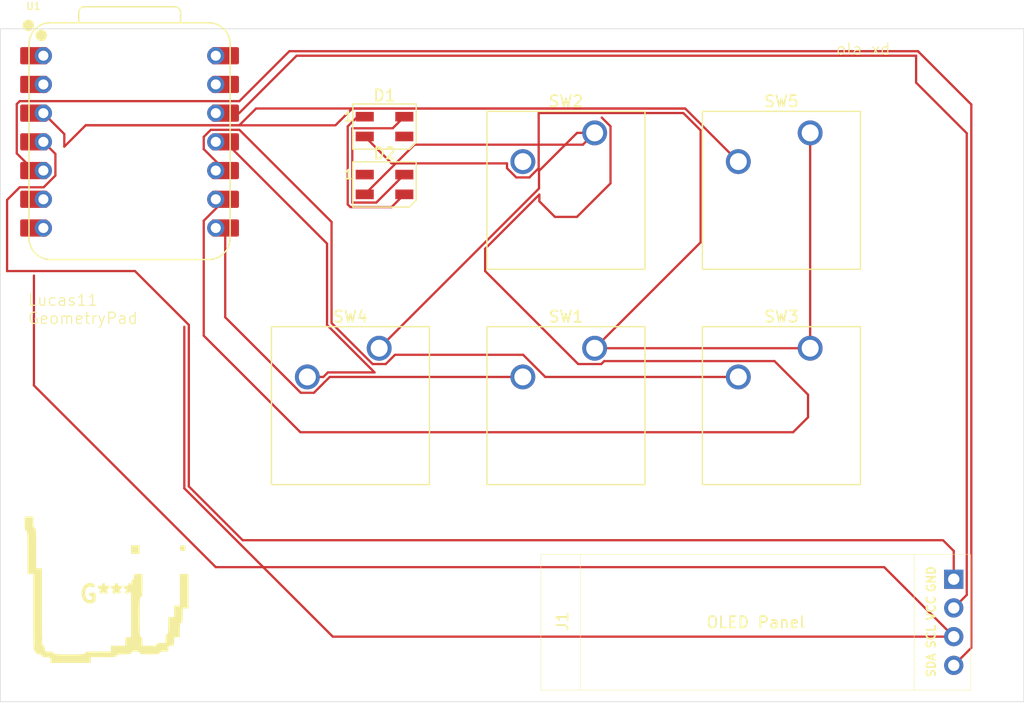
<source format=kicad_pcb>
(kicad_pcb (version 20241229) (generator "pcbnew") (generator_version "9.0")
  (layers (0 "F.Cu" signal) (2 "B.Cu" signal) (13 "F.Paste" user) (15 "B.Paste" user) (5 "F.SilkS" user "F.Silkscreen") (7 "B.SilkS" user "B.Silkscreen") (1 "F.Mask" user) (3 "B.Mask" user) (25 "Edge.Cuts" user))
  (net 0 "")
  (net 1 "Net-(D1-DOUT)")
  (net 2 "+5V")
  (net 3 "Net-(D1-DIN)")
  (net 4 "GND")
  (net 6 "Net-(U1-GPIO1{slash}RX)")
  (net 7 "Net-(U1-GPIO2{slash}SCK)")
  (net 8 "Net-(U1-GPIO4{slash}MISO)")
  (net 9 "Net-(U1-GPIO3{slash}MOSI)")
  (net 12 "Net-(J1-Pin_2)")
  (net 13 "Net-(J1-Pin_1)")
  (net 14 "Net-(J1-Pin_4)")
  (net 15 "Net-(J1-Pin_3)")
  (net 16 "Net-(U1-GPIO28{slash}ADC2{slash}A2)")
  (footprint "LED_SMD:LED_SK6812MINI_PLCC4_3.5x3.5mm_P1.75mm" (layer "F.Cu") (at 45.875 20.55625)
    (property "Reference" "D1" (at 0 -2.75 0) (layer "F.SilkS"))
    (property "Value" "SK6812MINI")
    (fp_line (start -2.8 -2) (end -2.8 2) (stroke (width 0.12)) (layer "F.SilkS"))
    (fp_line (start -2.8 -2) (end 2.8 -2) (stroke (width 0.12)) (layer "F.SilkS"))
    (fp_line (start -2.8 2) (end 2.2 2) (stroke (width 0.12)) (layer "F.SilkS"))
    (fp_line (start 2.8 1.4) (end 2.2 2) (stroke (width 0.12)) (layer "F.SilkS"))
    (fp_line (start 2.8 1.4) (end 2.8 -2) (stroke (width 0.12)) (layer "F.SilkS"))
    (fp_text user "1" (at -3.2 -0.875 0) (layer "F.SilkS") (effects (font (size 0.8 0.8))))
    (pad "1" smd rect (at -1.75 -0.875) (size 1.6 0.85) (layers "F.Cu" "F.Mask" "F.Paste") (net 1 "Net-(D1-DOUT)"))
    (pad "2" smd rect (at -1.75 0.875) (size 1.6 0.85) (layers "F.Cu" "F.Mask" "F.Paste") (net 4 "GND"))
    (pad "3" smd rect (at 1.75 0.875) (size 1.6 0.85) (layers "F.Cu" "F.Mask" "F.Paste") (net 3 "Net-(D1-DIN)"))
    (pad "4" smd rect (at 1.75 -0.875) (size 1.6 0.85) (layers "F.Cu" "F.Mask" "F.Paste") (net 2 "+5V"))
  )
  (footprint "Button_Switch_Keyboard:SW_Cherry_MX_1.00u_PCB" (layer "F.Cu") (at 64.4525 21.11375)
    (property "Reference" "SW2" (at -2.54 -2.794 0) (layer "F.SilkS"))
    (property "Value" "SW_Push")
    (fp_line (start -9.525 -1.905) (end 4.445 -1.905) (stroke (width 0.12)) (layer "F.SilkS"))
    (fp_line (start -9.525 12.065) (end -9.525 -1.905) (stroke (width 0.12)) (layer "F.SilkS"))
    (fp_line (start 4.445 -1.905) (end 4.445 12.065) (stroke (width 0.12)) (layer "F.SilkS"))
    (fp_line (start 4.445 12.065) (end -9.525 12.065) (stroke (width 0.12)) (layer "F.SilkS"))
    (pad "" np_thru_hole circle (at -7.62 5.08) (size 1.7 1.7) (drill 1.7) (layers "*.Cu" "*.Mask"))
    (pad "" np_thru_hole circle (at -2.54 5.08) (size 4 4) (drill 4) (layers "*.Cu" "*.Mask"))
    (pad "" np_thru_hole circle (at 2.54 5.08) (size 1.7 1.7) (drill 1.7) (layers "*.Cu" "*.Mask"))
    (pad "1" thru_hole circle (at 0 0) (size 2.2 2.2) (drill 1.5) (layers "*.Cu" "*.Mask") (net 4 "GND"))
    (pad "2" thru_hole circle (at -6.35 2.54) (size 2.2 2.2) (drill 1.5) (layers "*.Cu" "*.Mask") (net 7 "Net-(U1-GPIO2{slash}SCK)"))
  )
  (footprint "Button_Switch_Keyboard:SW_Cherry_MX_1.00u_PCB" (layer "F.Cu") (at 64.4525 40.16375)
    (property "Reference" "SW1" (at -2.54 -2.794 0) (layer "F.SilkS"))
    (property "Value" "SW_Push")
    (fp_line (start -9.525 -1.905) (end 4.445 -1.905) (stroke (width 0.12)) (layer "F.SilkS"))
    (fp_line (start -9.525 12.065) (end -9.525 -1.905) (stroke (width 0.12)) (layer "F.SilkS"))
    (fp_line (start 4.445 -1.905) (end 4.445 12.065) (stroke (width 0.12)) (layer "F.SilkS"))
    (fp_line (start 4.445 12.065) (end -9.525 12.065) (stroke (width 0.12)) (layer "F.SilkS"))
    (pad "" np_thru_hole circle (at -7.62 5.08) (size 1.7 1.7) (drill 1.7) (layers "*.Cu" "*.Mask"))
    (pad "" np_thru_hole circle (at -2.54 5.08) (size 4 4) (drill 4) (layers "*.Cu" "*.Mask"))
    (pad "" np_thru_hole circle (at 2.54 5.08) (size 1.7 1.7) (drill 1.7) (layers "*.Cu" "*.Mask"))
    (pad "1" thru_hole circle (at 0 0) (size 2.2 2.2) (drill 1.5) (layers "*.Cu" "*.Mask") (net 4 "GND"))
    (pad "2" thru_hole circle (at -6.35 2.54) (size 2.2 2.2) (drill 1.5) (layers "*.Cu" "*.Mask") (net 6 "Net-(U1-GPIO1{slash}RX)"))
  )
  (footprint "Button_Switch_Keyboard:SW_Cherry_MX_1.00u_PCB" (layer "F.Cu") (at 45.4025 40.16375)
    (property "Reference" "SW4" (at -2.54 -2.794 0) (layer "F.SilkS"))
    (property "Value" "SW_Push")
    (fp_line (start -9.525 -1.905) (end 4.445 -1.905) (stroke (width 0.12)) (layer "F.SilkS"))
    (fp_line (start -9.525 12.065) (end -9.525 -1.905) (stroke (width 0.12)) (layer "F.SilkS"))
    (fp_line (start 4.445 -1.905) (end 4.445 12.065) (stroke (width 0.12)) (layer "F.SilkS"))
    (fp_line (start 4.445 12.065) (end -9.525 12.065) (stroke (width 0.12)) (layer "F.SilkS"))
    (pad "" np_thru_hole circle (at -7.62 5.08) (size 1.7 1.7) (drill 1.7) (layers "*.Cu" "*.Mask"))
    (pad "" np_thru_hole circle (at -2.54 5.08) (size 4 4) (drill 4) (layers "*.Cu" "*.Mask"))
    (pad "" np_thru_hole circle (at 2.54 5.08) (size 1.7 1.7) (drill 1.7) (layers "*.Cu" "*.Mask"))
    (pad "1" thru_hole circle (at 0 0) (size 2.2 2.2) (drill 1.5) (layers "*.Cu" "*.Mask") (net 4 "GND"))
    (pad "2" thru_hole circle (at -6.35 2.54) (size 2.2 2.2) (drill 1.5) (layers "*.Cu" "*.Mask") (net 9 "Net-(U1-GPIO3{slash}MOSI)"))
  )
  (footprint "OLED_Screen:SSD1306-0.91-OLED-4pin-128x32" (layer "F.Cu") (at 59.69625 58.40875)
    (property "Reference" "J1" (at 1.9 5.91 90) (layer "F.SilkS"))
    (property "Value" "Conn_01x04_MountingPin")
    (fp_line (start 0 0) (end 0 12) (stroke (width 0.04)) (layer "F.SilkS"))
    (fp_line (start 0 12) (end 38 12) (stroke (width 0.04)) (layer "F.SilkS"))
    (fp_line (start 3.5 0) (end 3.5 12) (stroke (width 0.04)) (layer "F.SilkS"))
    (fp_line (start 33 0) (end 33 12) (stroke (width 0.04)) (layer "F.SilkS"))
    (fp_line (start 38 0) (end 0 0) (stroke (width 0.04)) (layer "F.SilkS"))
    (fp_line (start 38 12) (end 38 0) (stroke (width 0.04)) (layer "F.SilkS"))
    (fp_text user "OLED Panel" (at 19 6 0) (layer "F.SilkS"))
    (fp_text user "GND" (at 34.5 2.19 270) (layer "F.SilkS") (effects (font (size 0.75 0.75))))
    (fp_text user "VCC" (at 34.5 4.73 270) (layer "F.SilkS") (effects (font (size 0.75 0.75))))
    (fp_text user "SDA" (at 34.5 9.81 270) (layer "F.SilkS") (effects (font (size 0.75 0.75))))
    (fp_text user "SCL" (at 34.5 7.27 270) (layer "F.SilkS") (effects (font (size 0.75 0.75))))
    (pad "1" thru_hole rect (at 36.5 2.19) (size 1.7 1.7) (drill 1) (layers "*.Cu" "*.Mask") (net 13 "Net-(J1-Pin_1)"))
    (pad "2" thru_hole oval (at 36.5 4.73) (size 1.7 1.7) (drill 1) (layers "*.Cu" "*.Mask") (net 12 "Net-(J1-Pin_2)"))
    (pad "3" thru_hole oval (at 36.5 7.27) (size 1.7 1.7) (drill 1) (layers "*.Cu" "*.Mask") (net 15 "Net-(J1-Pin_3)"))
    (pad "4" thru_hole oval (at 36.5 9.81) (size 1.7 1.7) (drill 1) (layers "*.Cu" "*.Mask") (net 14 "Net-(J1-Pin_4)"))
  )
  (footprint "OPL:XIAO-RP2040-DIP" (layer "F.Cu") (at 23.33625 21.9075)
    (property "Reference" "U1" (at -8.5 -12 0) (layer "F.SilkS") (effects (font (size 0.635 0.635) (thickness 0.1016))))
    (property "Value" "XIAO-RP2040-DIP")
    (fp_line (start -8.89 8.509) (end -8.89 -8.636) (stroke (width 0.127)) (layer "F.SilkS"))
    (fp_line (start -6.985 10.414) (end 6.985 10.414) (stroke (width 0.127)) (layer "F.SilkS"))
    (fp_line (start -4.495 -10.541) (end -4.491272 -11.451272) (stroke (width 0.127)) (layer "F.SilkS"))
    (fp_line (start -3.991272 -11.951) (end 4.004 -11.951) (stroke (width 0.127)) (layer "F.SilkS"))
    (fp_line (start 4.504 -11.451) (end 4.504 -10.541) (stroke (width 0.127)) (layer "F.SilkS"))
    (fp_line (start 6.985 -10.541) (end -6.985 -10.541) (stroke (width 0.1)) (layer "F.SilkS"))
    (fp_line (start 6.985 -10.541) (end -6.985 -10.541) (stroke (width 0.127)) (layer "F.SilkS"))
    (fp_line (start 8.89 8.509) (end 8.89 -8.636) (stroke (width 0.127)) (layer "F.SilkS"))
    (fp_arc (start -8.89 -8.636) (mid -8.332038 -9.983038) (end -6.985 -10.541) (stroke (width 0.127)) (layer "F.SilkS"))
    (fp_arc (start -6.985 10.414) (mid -8.332038 9.856038) (end -8.89 8.509) (stroke (width 0.127)) (layer "F.SilkS"))
    (fp_arc (start -4.491272 -11.451272) (mid -4.344728 -11.80464) (end -3.991272 -11.951) (stroke (width 0.127)) (layer "F.SilkS"))
    (fp_arc (start 4.004 -11.951) (mid 4.357553 -11.804553) (end 4.504 -11.451) (stroke (width 0.127)) (layer "F.SilkS"))
    (fp_arc (start 6.985 -10.541) (mid 8.332038 -9.983038) (end 8.89 -8.636) (stroke (width 0.127)) (layer "F.SilkS"))
    (fp_arc (start 8.89 8.509) (mid 8.332038 9.856038) (end 6.985 10.414) (stroke (width 0.127)) (layer "F.SilkS"))
    (fp_circle (center -8.95 -10.3) (end -8.95 -10.554) (stroke (width 0.5)) (fill yes) (layer "F.SilkS"))
    (fp_circle (center -7.807 -9.42) (end -7.807 -9.674) (stroke (width 0.5)) (fill yes) (layer "F.SilkS"))
    (pad "1" smd roundrect (at -8.455 -7.62 180) (size 2.432 1.524) (layers "F.Cu" "F.Mask") (roundrect_rratio 0.1))
    (pad "1" thru_hole circle (at -7.62 -7.62 180) (size 1.524 1.524) (drill 0.889) (layers "*.Cu" "*.Mask"))
    (pad "2" smd roundrect (at -8.455 -5.08 180) (size 2.432 1.524) (layers "F.Cu" "F.Mask") (roundrect_rratio 0.1))
    (pad "2" thru_hole circle (at -7.62 -5.08 180) (size 1.524 1.524) (drill 0.889) (layers "*.Cu" "*.Mask"))
    (pad "3" smd roundrect (at -8.455 -2.54 180) (size 2.432 1.524) (layers "F.Cu" "F.Mask") (roundrect_rratio 0.1) (net 16 "Net-(U1-GPIO28{slash}ADC2{slash}A2)"))
    (pad "3" thru_hole circle (at -7.62 -2.54 180) (size 1.524 1.524) (drill 0.889) (layers "*.Cu" "*.Mask") (net 16 "Net-(U1-GPIO28{slash}ADC2{slash}A2)"))
    (pad "4" smd roundrect (at -8.455 0 180) (size 2.432 1.524) (layers "F.Cu" "F.Mask") (roundrect_rratio 0.1) (net 13 "Net-(J1-Pin_1)"))
    (pad "4" thru_hole circle (at -7.62 0 180) (size 1.524 1.524) (drill 0.889) (layers "*.Cu" "*.Mask") (net 13 "Net-(J1-Pin_1)"))
    (pad "5" smd roundrect (at -8.455 2.54 180) (size 2.432 1.524) (layers "F.Cu" "F.Mask") (roundrect_rratio 0.1) (net 14 "Net-(J1-Pin_4)"))
    (pad "5" thru_hole circle (at -7.62 2.54 180) (size 1.524 1.524) (drill 0.889) (layers "*.Cu" "*.Mask") (net 14 "Net-(J1-Pin_4)"))
    (pad "6" smd roundrect (at -8.455 5.08 180) (size 2.432 1.524) (layers "F.Cu" "F.Mask") (roundrect_rratio 0.1) (net 15 "Net-(J1-Pin_3)"))
    (pad "6" thru_hole circle (at -7.62 5.08 180) (size 1.524 1.524) (drill 0.889) (layers "*.Cu" "*.Mask") (net 15 "Net-(J1-Pin_3)"))
    (pad "7" smd roundrect (at -8.455 7.62 180) (size 2.432 1.524) (layers "F.Cu" "F.Mask") (roundrect_rratio 0.1) (net 3 "Net-(D1-DIN)"))
    (pad "7" thru_hole circle (at -7.62 7.62 180) (size 1.524 1.524) (drill 0.889) (layers "*.Cu" "*.Mask") (net 3 "Net-(D1-DIN)"))
    (pad "8" thru_hole circle (at 7.62 7.62) (size 1.524 1.524) (drill 0.889) (layers "*.Cu" "*.Mask") (net 6 "Net-(U1-GPIO1{slash}RX)"))
    (pad "8" smd roundrect (at 8.455 7.62) (size 2.432 1.524) (layers "F.Cu" "F.Mask") (roundrect_rratio 0.1) (net 6 "Net-(U1-GPIO1{slash}RX)"))
    (pad "9" thru_hole circle (at 7.62 5.08) (size 1.524 1.524) (drill 0.889) (layers "*.Cu" "*.Mask") (net 7 "Net-(U1-GPIO2{slash}SCK)"))
    (pad "9" smd roundrect (at 8.455 5.08) (size 2.432 1.524) (layers "F.Cu" "F.Mask") (roundrect_rratio 0.1) (net 7 "Net-(U1-GPIO2{slash}SCK)"))
    (pad "10" thru_hole circle (at 7.62 2.54) (size 1.524 1.524) (drill 0.889) (layers "*.Cu" "*.Mask") (net 8 "Net-(U1-GPIO4{slash}MISO)"))
    (pad "10" smd roundrect (at 8.455 2.54) (size 2.432 1.524) (layers "F.Cu" "F.Mask") (roundrect_rratio 0.1) (net 8 "Net-(U1-GPIO4{slash}MISO)"))
    (pad "11" thru_hole circle (at 7.62 0) (size 1.524 1.524) (drill 0.889) (layers "*.Cu" "*.Mask") (net 9 "Net-(U1-GPIO3{slash}MOSI)"))
    (pad "11" smd roundrect (at 8.455 0) (size 2.432 1.524) (layers "F.Cu" "F.Mask") (roundrect_rratio 0.1) (net 9 "Net-(U1-GPIO3{slash}MOSI)"))
    (pad "12" thru_hole circle (at 7.62 -2.54) (size 1.524 1.524) (drill 0.889) (layers "*.Cu" "*.Mask") (net 12 "Net-(J1-Pin_2)"))
    (pad "12" smd roundrect (at 8.455 -2.54) (size 2.432 1.524) (layers "F.Cu" "F.Mask") (roundrect_rratio 0.1) (net 12 "Net-(J1-Pin_2)"))
    (pad "13" thru_hole circle (at 7.62 -5.08) (size 1.524 1.524) (drill 0.889) (layers "*.Cu" "*.Mask") (net 4 "GND"))
    (pad "13" smd roundrect (at 8.455 -5.08) (size 2.432 1.524) (layers "F.Cu" "F.Mask") (roundrect_rratio 0.1) (net 4 "GND"))
    (pad "14" thru_hole circle (at 7.62 -7.62) (size 1.524 1.524) (drill 0.889) (layers "*.Cu" "*.Mask") (net 2 "+5V"))
    (pad "14" smd roundrect (at 8.455 -7.62) (size 2.432 1.524) (layers "F.Cu" "F.Mask") (roundrect_rratio 0.1) (net 2 "+5V"))
  )
  (footprint "Button_Switch_Keyboard:SW_Cherry_MX_1.00u_PCB" (layer "F.Cu") (at 83.5025 40.16375)
    (property "Reference" "SW3" (at -2.54 -2.794 0) (layer "F.SilkS"))
    (property "Value" "SW_Push")
    (fp_line (start -9.525 -1.905) (end 4.445 -1.905) (stroke (width 0.12)) (layer "F.SilkS"))
    (fp_line (start -9.525 12.065) (end -9.525 -1.905) (stroke (width 0.12)) (layer "F.SilkS"))
    (fp_line (start 4.445 -1.905) (end 4.445 12.065) (stroke (width 0.12)) (layer "F.SilkS"))
    (fp_line (start 4.445 12.065) (end -9.525 12.065) (stroke (width 0.12)) (layer "F.SilkS"))
    (pad "" np_thru_hole circle (at -7.62 5.08) (size 1.7 1.7) (drill 1.7) (layers "*.Cu" "*.Mask"))
    (pad "" np_thru_hole circle (at -2.54 5.08) (size 4 4) (drill 4) (layers "*.Cu" "*.Mask"))
    (pad "" np_thru_hole circle (at 2.54 5.08) (size 1.7 1.7) (drill 1.7) (layers "*.Cu" "*.Mask"))
    (pad "1" thru_hole circle (at 0 0) (size 2.2 2.2) (drill 1.5) (layers "*.Cu" "*.Mask") (net 4 "GND"))
    (pad "2" thru_hole circle (at -6.35 2.54) (size 2.2 2.2) (drill 1.5) (layers "*.Cu" "*.Mask") (net 8 "Net-(U1-GPIO4{slash}MISO)"))
  )
  (footprint "LOGO" (layer "F.Cu") (at 21.43125 61.9125)
    (property "Reference" "G***" (at 0 0 0) (layer "F.SilkS") (effects (font (size 1.5 1.5) (thickness 0.3))))
    (property "Value" "LOGO" (hide yes))
    (fp_poly (pts (xy 2.794 -3.937) (xy 2.794 -3.556) (xy 2.413 -3.556) (xy 2.032 -3.556) (xy 2.032 -3.937) (xy 2.032 -4.318) (xy 2.413 -4.318) (xy 2.794 -4.318)) (fill yes) (layer "F.SilkS"))
    (fp_poly (pts (xy 6.783908 -4.297021) (xy 6.850218 -4.198061) (xy 6.858 -4.064) (xy 6.83702 -3.884092) (xy 6.73806 -3.817782) (xy 6.604 -3.81) (xy 6.424091 -3.83098) (xy 6.357781 -3.92994) (xy 6.35 -4.064) (xy 6.370979 -4.243909) (xy 6.469939 -4.310219) (xy 6.604 -4.318)) (fill yes) (layer "F.SilkS"))
    (fp_poly (pts (xy -6.604 -6.35) (xy -6.594247 -6.055028) (xy -6.559672 -5.896659) (xy -6.492303 -5.843002) (xy -6.477 -5.842) (xy -6.434127 -5.821704) (xy -6.401906 -5.747353) (xy -6.378894 -5.598756) (xy -6.363649 -5.355723) (xy -6.35473 -4.998063) (xy -6.350693 -4.505584) (xy -6.35 -4.064) (xy -6.35 -2.286) (xy -6.096 -2.286) (xy -5.842 -2.286) (xy -5.842 1.143) (xy -5.841372 2.00418) (xy -5.839124 2.710781) (xy -5.834708 3.277553) (xy -5.82758 3.719249) (xy -5.817192 4.050618) (xy -5.802998 4.286411) (xy -5.784453 4.44138) (xy -5.761009 4.530275) (xy -5.73212 4.567847) (xy -5.715 4.572) (xy -5.614174 4.647728) (xy -5.588 4.826) (xy -5.576956 4.982188) (xy -5.513186 5.056164) (xy -5.350737 5.078564) (xy -5.207 5.08) (xy -4.955878 5.09662) (xy -4.841492 5.153134) (xy -4.826 5.207) (xy -4.803839 5.254678) (xy -4.722318 5.289016) (xy -4.558881 5.312064) (xy -4.290974 5.325873) (xy -3.896041 5.332493) (xy -3.429 5.334) (xy -2.904537 5.331985) (xy -2.526818 5.324574) (xy -2.273289 5.309716) (xy -2.121394 5.285361) (xy -2.048577 5.249458) (xy -2.032 5.207) (xy -2.007888 5.154964) (xy -1.919119 5.118999) (xy -1.741049 5.096366) (xy -1.449031 5.084325) (xy -1.018421 5.08014) (xy -0.889 5.08) (xy 0.254 5.08) (xy 0.254 4.826) (xy 0.254 4.572) (xy 0.889 4.572) (xy 1.524 4.572) (xy 1.524 4.191) (xy 1.531363 3.956717) (xy 1.573876 3.845753) (xy 1.682175 3.812153) (xy 1.778 3.81) (xy 2.032 3.81) (xy 2.032 1.27) (xy 2.032911 0.538941) (xy 2.036215 -0.039844) (xy 2.042763 -0.483407) (xy 2.053409 -0.808803) (xy 2.069004 -1.033083) (xy 2.090402 -1.1733) (xy 2.118455 -1.246508) (xy 2.154016 -1.269758) (xy 2.159 -1.27) (xy 2.259826 -1.345729) (xy 2.286 -1.524) (xy 2.297044 -1.680189) (xy 2.360814 -1.754165) (xy 2.523263 -1.776565) (xy 2.667 -1.778) (xy 3.048 -1.778) (xy 3.048 -0.762) (xy 3.044815 -0.32396) (xy 3.033104 -0.029265) (xy 3.009627 0.147989) (xy 2.971147 0.233707) (xy 2.921 0.254) (xy 2.878126 0.274296) (xy 2.845905 0.348647) (xy 2.822893 0.497244) (xy 2.807648 0.740277) (xy 2.798729 1.097937) (xy 2.794692 1.590416) (xy 2.794 2.032) (xy 2.795449 2.632225) (xy 2.80076 3.083326) (xy 2.811374 3.405493) (xy 2.828734 3.618918) (xy 2.854281 3.74379) (xy 2.889458 3.800302) (xy 2.921 3.81) (xy 3.004707 3.859861) (xy 3.042836 4.029402) (xy 3.048 4.191) (xy 3.048 4.572) (xy 3.683 4.572) (xy 4.017945 4.565347) (xy 4.214554 4.541306) (xy 4.30345 4.493752) (xy 4.318 4.445) (xy 4.367861 4.361292) (xy 4.537402 4.323163) (xy 4.699 4.318) (xy 5.08 4.318) (xy 5.08 3.937) (xy 5.09662 3.685877) (xy 5.153134 3.571491) (xy 5.207 3.556) (xy 5.268958 3.526304) (xy 5.307551 3.417927) (xy 5.327601 3.20193) (xy 5.333933 2.849374) (xy 5.334 2.794) (xy 5.334 2.032) (xy 5.588 2.032) (xy 5.842 2.032) (xy 5.842 1.524) (xy 5.842 1.016) (xy 6.096 1.016) (xy 6.35 1.016) (xy 6.35 -0.381) (xy 6.35 -1.778) (xy 6.731 -1.778) (xy 7.112 -1.778) (xy 7.112 -0.254) (xy 7.112 1.27) (xy 6.858 1.27) (xy 6.604 1.27) (xy 6.604 1.905) (xy 6.597347 2.239945) (xy 6.573306 2.436554) (xy 6.525752 2.52545) (xy 6.477 2.54) (xy 6.41001 2.573263) (xy 6.370689 2.693468) (xy 6.352909 2.931238) (xy 6.35 3.175) (xy 6.35 3.81) (xy 6.096 3.81) (xy 5.939811 3.821044) (xy 5.865835 3.884814) (xy 5.843435 4.047263) (xy 5.842 4.191) (xy 5.834636 4.425282) (xy 5.792123 4.536246) (xy 5.683824 4.569846) (xy 5.588 4.572) (xy 5.408091 4.592979) (xy 5.341781 4.691939) (xy 5.334 4.826) (xy 5.322955 4.982188) (xy 5.259185 5.056164) (xy 5.096736 5.078564) (xy 4.953 5.08) (xy 4.701877 5.09662) (xy 4.587491 5.153134) (xy 4.572 5.207) (xy 4.544745 5.264995) (xy 4.444757 5.302722) (xy 4.244701 5.324087) (xy 3.917242 5.332994) (xy 3.683 5.334) (xy 3.277033 5.330106) (xy 3.012941 5.315822) (xy 2.863387 5.287243) (xy 2.801036 5.240463) (xy 2.794 5.207) (xy 2.744138 5.123292) (xy 2.574597 5.085163) (xy 2.413 5.08) (xy 2.161877 5.09662) (xy 2.047491 5.153134) (xy 2.032 5.207) (xy 1.998736 5.273989) (xy 1.878531 5.31331) (xy 1.640761 5.33109) (xy 1.397 5.334) (xy 1.062054 5.340652) (xy 0.865445 5.364693) (xy 0.776549 5.412247) (xy 0.762 5.461) (xy 0.737887 5.513035) (xy 0.649118 5.549) (xy 0.471048 5.571633) (xy 0.17903 5.583674) (xy -0.25158 5.587859) (xy -0.381 5.588) (xy -1.524 5.588) (xy -1.524 5.842) (xy -1.524 6.096) (xy -3.302 6.096) (xy -5.08 6.096) (xy -5.08 5.842) (xy -5.091045 5.685811) (xy -5.154815 5.611835) (xy -5.317264 5.589435) (xy -5.461 5.588) (xy -5.712123 5.571379) (xy -5.826509 5.514865) (xy -5.842 5.461) (xy -5.917729 5.360173) (xy -6.096 5.334) (xy -6.297653 5.296135) (xy -6.35 5.207) (xy -6.417773 5.094751) (xy -6.477 5.08) (xy -6.508896 5.06304) (xy -6.535066 5.002329) (xy -6.556058 4.883115) (xy -6.572417 4.690647) (xy -6.58469 4.410174) (xy -6.593423 4.026945) (xy -6.599163 3.52621) (xy -6.602455 2.893218) (xy -6.603847 2.113217) (xy -6.604 1.651) (xy -6.604 -1.778) (xy -6.858 -1.778) (xy -7.112 -1.778) (xy -7.112 -3.683) (xy -7.113323 -4.3067) (xy -7.11816 -4.78063) (xy -7.127815 -5.124341) (xy -7.143591 -5.357381) (xy -7.166791 -5.499302) (xy -7.198718 -5.569651) (xy -7.239 -5.588) (xy -7.30599 -5.621264) (xy -7.345311 -5.741469) (xy -7.363091 -5.979239) (xy -7.366 -6.223) (xy -7.366 -6.858) (xy -6.985 -6.858) (xy -6.604 -6.858)) (fill yes) (layer "F.SilkS"))
  )
  (footprint "Button_Switch_Keyboard:SW_Cherry_MX_1.00u_PCB" (layer "F.Cu") (at 83.5025 21.11375)
    (property "Reference" "SW5" (at -2.54 -2.794 0) (layer "F.SilkS"))
    (property "Value" "SW_Push")
    (fp_line (start -9.525 -1.905) (end 4.445 -1.905) (stroke (width 0.12)) (layer "F.SilkS"))
    (fp_line (start -9.525 12.065) (end -9.525 -1.905) (stroke (width 0.12)) (layer "F.SilkS"))
    (fp_line (start 4.445 -1.905) (end 4.445 12.065) (stroke (width 0.12)) (layer "F.SilkS"))
    (fp_line (start 4.445 12.065) (end -9.525 12.065) (stroke (width 0.12)) (layer "F.SilkS"))
    (pad "" np_thru_hole circle (at -7.62 5.08) (size 1.7 1.7) (drill 1.7) (layers "*.Cu" "*.Mask"))
    (pad "" np_thru_hole circle (at -2.54 5.08) (size 4 4) (drill 4) (layers "*.Cu" "*.Mask"))
    (pad "" np_thru_hole circle (at 2.54 5.08) (size 1.7 1.7) (drill 1.7) (layers "*.Cu" "*.Mask"))
    (pad "1" thru_hole circle (at 0 0) (size 2.2 2.2) (drill 1.5) (layers "*.Cu" "*.Mask") (net 4 "GND"))
    (pad "2" thru_hole circle (at -6.35 2.54) (size 2.2 2.2) (drill 1.5) (layers "*.Cu" "*.Mask") (net 16 "Net-(U1-GPIO28{slash}ADC2{slash}A2)"))
  )
  (footprint "LED_SMD:LED_SK6812MINI_PLCC4_3.5x3.5mm_P1.75mm" (layer "F.Cu") (at 45.875 25.67625)
    (property "Reference" "D2" (at 0 -2.75 0) (layer "F.SilkS"))
    (property "Value" "SK6812MINI")
    (fp_line (start -2.8 -2) (end -2.8 2) (stroke (width 0.12)) (layer "F.SilkS"))
    (fp_line (start -2.8 -2) (end 2.8 -2) (stroke (width 0.12)) (layer "F.SilkS"))
    (fp_line (start -2.8 2) (end 2.2 2) (stroke (width 0.12)) (layer "F.SilkS"))
    (fp_line (start 2.8 1.4) (end 2.2 2) (stroke (width 0.12)) (layer "F.SilkS"))
    (fp_line (start 2.8 1.4) (end 2.8 -2) (stroke (width 0.12)) (layer "F.SilkS"))
    (fp_text user "1" (at -3.2 -0.875 0) (layer "F.SilkS") (effects (font (size 0.8 0.8))))
    (pad "1" smd rect (at -1.75 -0.875) (size 1.6 0.85) (layers "F.Cu" "F.Mask" "F.Paste"))
    (pad "2" smd rect (at -1.75 0.875) (size 1.6 0.85) (layers "F.Cu" "F.Mask" "F.Paste") (net 4 "GND"))
    (pad "3" smd rect (at 1.75 0.875) (size 1.6 0.85) (layers "F.Cu" "F.Mask" "F.Paste") (net 1 "Net-(D1-DOUT)"))
    (pad "4" smd rect (at 1.75 -0.875) (size 1.6 0.85) (layers "F.Cu" "F.Mask" "F.Paste") (net 2 "+5V"))
  )
  (gr_rect (start 11.90625 11.90625) (end 102.39375 71.4375) (stroke (width 0.05)) (fill no) (layer "Edge.Cuts"))
  (gr_text "Lucas11 \nGeometryPad" (at 14.2875 38.1 0) (layer "F.SilkS") (effects (font (size 1 1) (thickness 0.1)) (justify left bottom)))
  (gr_text "ola xd" (at 85.725 14.2875 0) (layer "F.SilkS") (effects (font (size 1 1) (thickness 0.1)) (justify left bottom)))
  (segment (start 42.623 27.44335) (end 42.8579 27.67825) (width 0.2) (layer "F.Cu") (net 1))
  (segment (start 44.125 19.68125) (end 43.4809 19.68125) (width 0.2) (layer "F.Cu") (net 1))
  (segment (start 43.4809 19.68125) (end 42.623 20.53915) (width 0.2) (layer "F.Cu") (net 1))
  (segment (start 46.498 27.67825) (end 47.625 26.55125) (width 0.2) (layer "F.Cu") (net 1))
  (segment (start 42.8579 27.67825) (end 46.498 27.67825) (width 0.2) (layer "F.Cu") (net 1))
  (segment (start 42.623 20.53915) (end 42.623 27.44335) (width 0.2) (layer "F.Cu") (net 1))
  (segment (start 47.625 19.68125) (end 46.601 20.70525) (width 0.2) (layer "F.Cu") (net 2))
  (segment (start 45.149 27.27725) (end 47.625 24.80125) (width 0.2) (layer "F.Cu") (net 2))
  (segment (start 46.601 20.70525) (end 43.024 20.70525) (width 0.2) (layer "F.Cu") (net 2))
  (segment (start 43.024 20.70525) (end 43.024 27.27725) (width 0.2) (layer "F.Cu") (net 2))
  (segment (start 43.024 27.27725) (end 45.149 27.27725) (width 0.2) (layer "F.Cu") (net 2))
  (segment (start 73.81875 20.8871) (end 72.2879 19.35625) (width 0.2) (layer "F.Cu") (net 4))
  (segment (start 48.519 22.15725) (end 44.125 26.55125) (width 0.2) (layer "F.Cu") (net 4))
  (segment (start 56.7015 24.234064) (end 56.7015 23.8125) (width 0.2) (layer "F.Cu") (net 4))
  (segment (start 72.2879 19.35625) (end 59.5035 19.35625) (width 0.2) (layer "F.Cu") (net 4))
  (segment (start 59.53125 24.479366) (end 59.53125 26.035) (width 0.2) (layer "F.Cu") (net 4))
  (segment (start 83.5025 40.16375) (end 64.4525 40.16375) (width 0.2) (layer "F.Cu") (net 4))
  (segment (start 83.5025 21.11375) (end 83.5025 40.16375) (width 0.2) (layer "F.Cu") (net 4))
  (segment (start 59.5035 19.35625) (end 59.5035 24.234064) (width 0.2) (layer "F.Cu") (net 4))
  (segment (start 63.409 22.15725) (end 48.519 22.15725) (width 0.2) (layer "F.Cu") (net 4))
  (segment (start 56.7015 23.8125) (end 46.50625 23.8125) (width 0.2) (layer "F.Cu") (net 4))
  (segment (start 73.81875 30.7975) (end 73.81875 20.8871) (width 0.2) (layer "F.Cu") (net 4))
  (segment (start 64.4525 40.16375) (end 73.81875 30.7975) (width 0.2) (layer "F.Cu") (net 4))
  (segment (start 57.522186 25.05475) (end 56.7015 24.234064) (width 0.2) (layer "F.Cu") (net 4))
  (segment (start 59.5035 24.234064) (end 58.682814 25.05475) (width 0.2) (layer "F.Cu") (net 4))
  (segment (start 58.682814 25.05475) (end 57.522186 25.05475) (width 0.2) (layer "F.Cu") (net 4))
  (segment (start 46.50625 23.8125) (end 44.125 21.43125) (width 0.2) (layer "F.Cu") (net 4))
  (segment (start 64.4525 21.11375) (end 62.896866 21.11375) (width 0.2) (layer "F.Cu") (net 4))
  (segment (start 62.896866 21.11375) (end 59.53125 24.479366) (width 0.2) (layer "F.Cu") (net 4))
  (segment (start 64.4525 21.11375) (end 63.409 22.15725) (width 0.2) (layer "F.Cu") (net 4))
  (segment (start 59.53125 26.035) (end 45.4025 40.16375) (width 0.2) (layer "F.Cu") (net 4))
  (segment (start 58.1025 42.70375) (end 41.033814 42.70375) (width 0.2) (layer "F.Cu") (net 6))
  (segment (start 38.472186 44.10475) (end 31.79125 37.423814) (width 0.2) (layer "F.Cu") (net 6))
  (segment (start 31.79125 37.423814) (end 31.79125 29.5275) (width 0.2) (layer "F.Cu") (net 6))
  (segment (start 41.033814 42.70375) (end 39.632814 44.10475) (width 0.2) (layer "F.Cu") (net 6))
  (segment (start 39.632814 44.10475) (end 38.472186 44.10475) (width 0.2) (layer "F.Cu") (net 6))
  (segment (start 62.996 41.56475) (end 54.76875 33.3375) (width 0.2) (layer "F.Cu") (net 7))
  (segment (start 81.99303 47.59475) (end 83.3135 46.27428) (width 0.2) (layer "F.Cu") (net 7))
  (segment (start 83.3135 46.27428) (end 83.3135 44.269934) (width 0.2) (layer "F.Cu") (net 7))
  (segment (start 54.76875 33.3375) (end 54.76875 31.3646) (width 0.2) (layer "F.Cu") (net 7))
  (segment (start 54.76875 31.3646) (end 59.5615 26.57185) (width 0.2) (layer "F.Cu") (net 7))
  (segment (start 59.5615 26.57185) (end 59.5615 27.167566) (width 0.2) (layer "F.Cu") (net 7))
  (segment (start 65.8535 25.577566) (end 65.8535 20.533436) (width 0.2) (layer "F.Cu") (net 7))
  (segment (start 31.79125 26.9875) (end 29.89325 28.8855) (width 0.2) (layer "F.Cu") (net 7))
  (segment (start 83.3135 44.269934) (end 80.346316 41.30275) (width 0.2) (layer "F.Cu") (net 7))
  (segment (start 29.89325 39.05297) (end 38.43503 47.59475) (width 0.2) (layer "F.Cu") (net 7))
  (segment (start 58.1025 23.65375) (end 57.86025 23.4115) (width 0.2) (layer "F.Cu") (net 7))
  (segment (start 38.43503 47.59475) (end 81.99303 47.59475) (width 0.2) (layer "F.Cu") (net 7))
  (segment (start 29.89325 28.8855) (end 29.89325 39.05297) (width 0.2) (layer "F.Cu") (net 7))
  (segment (start 65.8535 20.533436) (end 65.077314 19.75725) (width 0.2) (layer "F.Cu") (net 7))
  (segment (start 59.5615 27.167566) (end 60.938684 28.54475) (width 0.2) (layer "F.Cu") (net 7))
  (segment (start 62.886316 28.54475) (end 65.8535 25.577566) (width 0.2) (layer "F.Cu") (net 7))
  (segment (start 80.346316 41.30275) (end 65.294814 41.30275) (width 0.2) (layer "F.Cu") (net 7))
  (segment (start 65.294814 41.30275) (end 65.032814 41.56475) (width 0.2) (layer "F.Cu") (net 7))
  (segment (start 65.032814 41.56475) (end 62.996 41.56475) (width 0.2) (layer "F.Cu") (net 7))
  (segment (start 60.938684 28.54475) (end 62.886316 28.54475) (width 0.2) (layer "F.Cu") (net 7))
  (segment (start 45.982814 41.56475) (end 44.822186 41.56475) (width 0.2) (layer "F.Cu") (net 8))
  (segment (start 46.8035 40.744064) (end 45.982814 41.56475) (width 0.2) (layer "F.Cu") (net 8))
  (segment (start 33.046876 20.8445) (end 30.51594 20.8445) (width 0.2) (layer "F.Cu") (net 8))
  (segment (start 41.192564 28.990188) (end 33.046876 20.8445) (width 0.2) (layer "F.Cu") (net 8))
  (segment (start 60.083814 42.70375) (end 58.124128 40.744064) (width 0.2) (layer "F.Cu") (net 8))
  (segment (start 44.822186 41.56475) (end 41.192564 37.935128) (width 0.2) (layer "F.Cu") (net 8))
  (segment (start 29.89325 21.46719) (end 29.89325 22.5495) (width 0.2) (layer "F.Cu") (net 8))
  (segment (start 77.1525 42.70375) (end 60.083814 42.70375) (width 0.2) (layer "F.Cu") (net 8))
  (segment (start 41.192564 37.935128) (end 41.192564 28.990188) (width 0.2) (layer "F.Cu") (net 8))
  (segment (start 29.89325 22.5495) (end 31.79125 24.4475) (width 0.2) (layer "F.Cu") (net 8))
  (segment (start 58.124128 40.744064) (end 46.8035 40.744064) (width 0.2) (layer "F.Cu") (net 8))
  (segment (start 30.51594 20.8445) (end 29.89325 21.46719) (width 0.2) (layer "F.Cu") (net 8))
  (segment (start 40.791564 38.101228) (end 44.993086 42.30275) (width 0.2) (layer "F.Cu") (net 9))
  (segment (start 31.79125 21.9075) (end 40.791564 30.907814) (width 0.2) (layer "F.Cu") (net 9))
  (segment (start 40.466714 42.70375) (end 39.0525 42.70375) (width 0.2) (layer "F.Cu") (net 9))
  (segment (start 40.867714 42.30275) (end 40.466714 42.70375) (width 0.2) (layer "F.Cu") (net 9))
  (segment (start 40.791564 30.907814) (end 40.791564 38.101228) (width 0.2) (layer "F.Cu") (net 9))
  (segment (start 44.993086 42.30275) (end 40.867714 42.30275) (width 0.2) (layer "F.Cu") (net 9))
  (segment (start 97.34725 61.98775) (end 97.34725 21.14725) (width 0.2) (layer "F.Cu") (net 12))
  (segment (start 96.19625 63.13875) (end 97.34725 61.98775) (width 0.2) (layer "F.Cu") (net 12))
  (segment (start 97.34725 21.14725) (end 92.86875 16.66875) (width 0.2) (layer "F.Cu") (net 12))
  (segment (start 38.1 14.2875) (end 33.02 19.3675) (width 0.2) (layer "F.Cu") (net 12))
  (segment (start 33.02 19.3675) (end 31.79125 19.3675) (width 0.2) (layer "F.Cu") (net 12))
  (segment (start 92.86875 16.66875) (end 92.86875 14.2875) (width 0.2) (layer "F.Cu") (net 12))
  (segment (start 92.86875 14.2875) (end 38.1 14.2875) (width 0.2) (layer "F.Cu") (net 12))
  (segment (start 12.50725 33.3375) (end 12.50725 27.042874) (width 0.2) (layer "F.Cu") (net 13))
  (segment (start 23.8125 33.3375) (end 12.50725 33.3375) (width 0.2) (layer "F.Cu") (net 13))
  (segment (start 95.25 57.15) (end 33.3375 57.15) (width 0.2) (layer "F.Cu") (net 13))
  (segment (start 28.575 38.1) (end 23.8125 33.3375) (width 0.2) (layer "F.Cu") (net 13))
  (segment (start 96.19625 58.09625) (end 95.25 57.15) (width 0.2) (layer "F.Cu") (net 13))
  (segment (start 33.3375 57.15) (end 28.575 52.3875) (width 0.2) (layer "F.Cu") (net 13))
  (segment (start 96.19625 60.59875) (end 96.19625 58.09625) (width 0.2) (layer "F.Cu") (net 13))
  (segment (start 13.625624 25.9245) (end 15.74256 25.9245) (width 0.2) (layer "F.Cu") (net 13))
  (segment (start 28.575 52.3875) (end 28.575 38.1) (width 0.2) (layer "F.Cu") (net 13))
  (segment (start 16.77925 24.88781) (end 16.77925 22.9705) (width 0.2) (layer "F.Cu") (net 13))
  (segment (start 12.50725 27.042874) (end 13.625624 25.9245) (width 0.2) (layer "F.Cu") (net 13))
  (segment (start 16.77925 22.9705) (end 15.71625 21.9075) (width 0.2) (layer "F.Cu") (net 13))
  (segment (start 15.74256 25.9245) (end 16.77925 24.88781) (width 0.2) (layer "F.Cu") (net 13))
  (segment (start 33.046876 18.3045) (end 13.625624 18.3045) (width 0.2) (layer "F.Cu") (net 14))
  (segment (start 13.36425 22.9305) (end 14.88125 24.4475) (width 0.2) (layer "F.Cu") (net 14))
  (segment (start 37.464876 13.8865) (end 33.046876 18.3045) (width 0.2) (layer "F.Cu") (net 14))
  (segment (start 93.03485 13.8865) (end 37.464876 13.8865) (width 0.2) (layer "F.Cu") (net 14))
  (segment (start 13.625624 18.3045) (end 13.36425 18.565874) (width 0.2) (layer "F.Cu") (net 14))
  (segment (start 97.74825 18.5999) (end 93.03485 13.8865) (width 0.2) (layer "F.Cu") (net 14))
  (segment (start 97.74825 66.66675) (end 97.74825 18.5999) (width 0.2) (layer "F.Cu") (net 14))
  (segment (start 96.19625 68.21875) (end 97.74825 66.66675) (width 0.2) (layer "F.Cu") (net 14))
  (segment (start 13.36425 18.565874) (end 13.36425 22.9305) (width 0.2) (layer "F.Cu") (net 14))
  (segment (start 41.29915 65.67875) (end 28.174 52.5536) (width 0.2) (layer "F.Cu") (net 15))
  (segment (start 30.95625 59.53125) (end 14.88125 43.45625) (width 0.2) (layer "F.Cu") (net 15))
  (segment (start 28.174 52.5536) (end 28.174 38.2661) (width 0.2) (layer "F.Cu") (net 15))
  (segment (start 96.19625 65.67875) (end 41.29915 65.67875) (width 0.2) (layer "F.Cu") (net 15))
  (segment (start 90.04875 59.53125) (end 30.95625 59.53125) (width 0.2) (layer "F.Cu") (net 15))
  (segment (start 96.19625 65.67875) (end 90.04875 59.53125) (width 0.2) (layer "F.Cu") (net 15))
  (segment (start 14.88125 43.45625) (end 14.88125 33.7385) (width 0.2) (layer "F.Cu") (net 15))
  (segment (start 17.566675 21.217925) (end 15.71625 19.3675) (width 0.2) (layer "F.Cu") (net 16))
  (segment (start 43.024 18.95525) (end 41.53575 20.4435) (width 0.2) (layer "F.Cu") (net 16))
  (segment (start 41.53575 20.4435) (end 19.45235 20.4435) (width 0.2) (layer "F.Cu") (net 16))
  (segment (start 34.522126 18.95525) (end 33.033876 20.4435) (width 0.2) (layer "F.Cu") (net 16))
  (segment (start 72.454 18.95525) (end 34.522126 18.95525) (width 0.2) (layer "F.Cu") (net 16))
  (segment (start 19.45235 20.4435) (end 17.566675 22.329175) (width 0.2) (layer "F.Cu") (net 16))
  (segment (start 72.454 18.95525) (end 43.024 18.95525) (width 0.2) (layer "F.Cu") (net 16))
  (segment (start 77.1525 23.65375) (end 72.454 18.95525) (width 0.2) (layer "F.Cu") (net 16))
  (segment (start 17.566675 22.329175) (end 17.566675 21.217925) (width 0.2) (layer "F.Cu") (net 16))
  (segment (start 33.033876 20.4435) (end 19.45235 20.4435) (width 0.2) (layer "F.Cu") (net 16))
)
</source>
